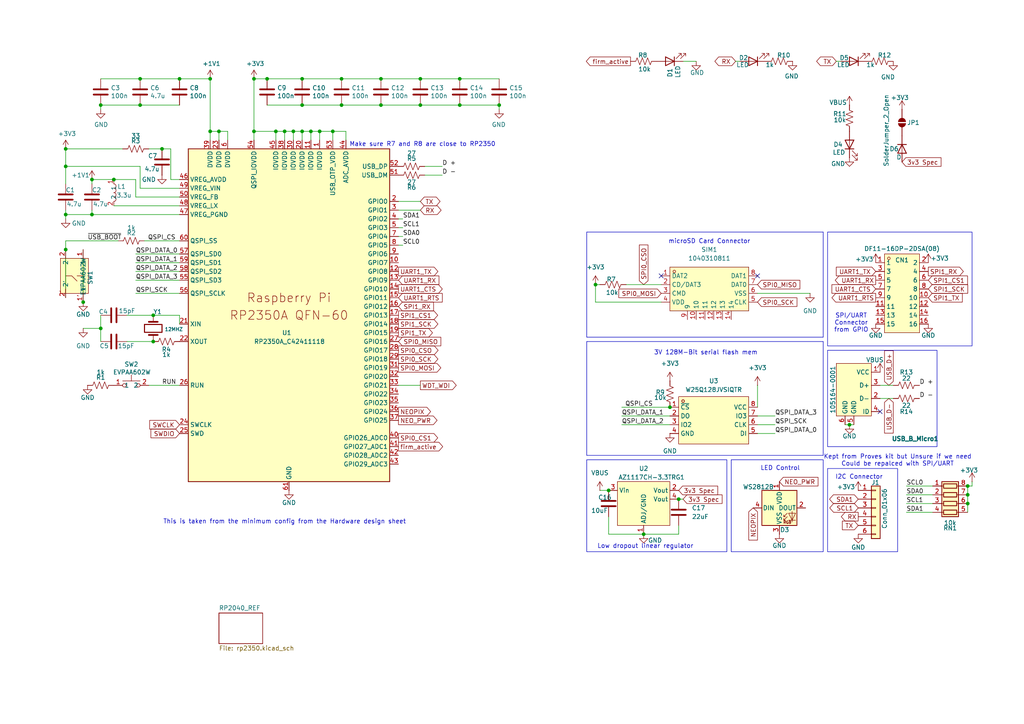
<source format=kicad_sch>
(kicad_sch (version 20250114) (generator "eeschema") (generator_version "9.0")
  (paper "A4")
  (title_block (date "2025-04-01") (rev "1") (company "Bronco Space") (comment 1 "SCALES") (comment 2 "By John Pollak"))
  (rectangle (start 170.18 133.35) (end 210.82 160.02))
  (rectangle (start 240.03 135.89) (end 260.35 160.02))
  (rectangle (start 212.09 133.35) (end 238.76 160.02))
  (rectangle (start 240.03 67.31) (end 281.94 100.33))
  (rectangle (start 240.03 101.6) (end 271.78 129.54))
  (text "Low dropout linear regulator" (at 187.198 158.496 0) (effects (font (size 1.27 1.27))))
  (text "Kept from Proves kit but Unsure if we need\nCould be repalced with SPI/UART\n" (at 260.35 133.604 0) (effects (font (size 1.27 1.27))))
  (text "LED Control" (at 226.314 135.89 0) (effects (font (size 1.27 1.27))))
  (text "3V 128M-Bit serial flash mem\n" (at 204.724 102.362 0) (effects (font (size 1.27 1.27))))
  (text "Make sure R7 and R8 are close to RP2350\n" (at 101.346 42.672 0) (effects (font (size 1.27 1.27)) (justify left bottom)))
  (text "microSD Card Connector" (at 205.74 70.104 0) (effects (font (size 1.27 1.27))))
  (text "This is taken from the minimum config from the Hardware design sheet" (at 82.55 151.384 0) (effects (font (size 1.27 1.27))))
  (text "I2C Connector" (at 249.174 138.43 0) (effects (font (size 1.27 1.27))))
  (text "SPI/UART\nConnector\nfrom GPIO" (at 246.888 93.726 0) (effects (font (size 1.27 1.27))))
  (junction (at 63.5 38.1))
  (junction (at 19.05 62.23))
  (junction (at 87.63 30.48))
  (junction (at 26.67 62.23))
  (junction (at 85.09 38.1))
  (junction (at 40.64 22.86))
  (junction (at 87.63 38.1))
  (junction (at 121.92 30.48))
  (junction (at 186.69 154.94))
  (junction (at 280.67 146.05))
  (junction (at 133.35 30.48))
  (junction (at 110.49 22.86))
  (junction (at 87.63 22.86))
  (junction (at 280.67 140.97))
  (junction (at 172.72 82.55))
  (junction (at 40.64 30.48))
  (junction (at 99.06 22.86))
  (junction (at 92.71 38.1))
  (junction (at 29.21 95.25))
  (junction (at 246.38 123.19))
  (junction (at 26.67 52.07))
  (junction (at 144.78 30.48))
  (junction (at 99.06 30.48))
  (junction (at 19.05 72.39))
  (junction (at 80.01 38.1))
  (junction (at 96.52 38.1))
  (junction (at 44.45 91.44))
  (junction (at 19.05 43.18))
  (junction (at 194.31 118.11))
  (junction (at 60.96 22.86))
  (junction (at 196.85 144.78))
  (junction (at 73.66 22.86))
  (junction (at 280.67 143.51))
  (junction (at 121.92 22.86))
  (junction (at 90.17 38.1))
  (junction (at 46.99 43.18))
  (junction (at 133.35 22.86))
  (junction (at 73.66 38.1))
  (junction (at 24.13 87.63))
  (junction (at 52.07 22.86))
  (junction (at 33.02 52.07))
  (junction (at 77.47 22.86))
  (junction (at 29.21 30.48))
  (junction (at 44.45 99.06))
  (junction (at 176.53 142.24))
  (junction (at 19.05 48.26))
  (junction (at 82.55 38.1))
  (junction (at 60.96 38.1))
  (junction (at 110.49 30.48))
  (no_connect (at 255.27 119.38))
  (no_connect (at 191.77 80.01))
  (no_connect (at 219.71 80.01))
  (wire (pts (xy 172.72 82.55) (xy 173.99 82.55)))
  (wire (pts (xy 29.21 30.48) (xy 40.64 30.48)))
  (wire (pts (xy 245.11 123.19) (xy 246.38 123.19)))
  (wire (pts (xy 116.84 66.04) (xy 115.57 66.04)))
  (wire (pts (xy 19.05 62.23) (xy 19.05 63.5)))
  (polyline (pts (xy 170.18 132.08) (xy 170.18 99.06)))
  (polyline (pts (xy 238.76 97.79) (xy 238.76 67.31)))
  (wire (pts (xy 24.13 72.39) (xy 24.13 87.63)))
  (wire (pts (xy 82.55 38.1) (xy 82.55 40.64)))
  (wire (pts (xy 36.83 99.06) (xy 44.45 99.06)))
  (wire (pts (xy 90.17 38.1) (xy 90.17 40.64)))
  (wire (pts (xy 49.53 52.07) (xy 49.53 43.18)))
  (polyline (pts (xy 170.18 67.31) (xy 238.76 67.31)))
  (wire (pts (xy 26.67 53.34) (xy 26.67 52.07)))
  (wire (pts (xy 63.5 38.1) (xy 66.04 38.1)))
  (wire (pts (xy 39.37 76.2) (xy 52.07 76.2)))
  (wire (pts (xy 116.84 71.12) (xy 115.57 71.12)))
  (wire (pts (xy 262.89 140.97) (xy 270.51 140.97)))
  (wire (pts (xy 85.09 38.1) (xy 87.63 38.1)))
  (wire (pts (xy 262.89 148.59) (xy 270.51 148.59)))
  (wire (pts (xy 19.05 60.96) (xy 19.05 62.23)))
  (wire (pts (xy 87.63 30.48) (xy 99.06 30.48)))
  (wire (pts (xy 24.13 95.25) (xy 29.21 95.25)))
  (wire (pts (xy 52.07 57.15) (xy 39.37 57.15)))
  (polyline (pts (xy 238.76 132.08) (xy 170.18 132.08)))
  (wire (pts (xy 41.91 69.85) (xy 52.07 69.85)))
  (wire (pts (xy 26.67 52.07) (xy 33.02 52.07)))
  (wire (pts (xy 144.78 30.48) (xy 144.78 31.75)))
  (wire (pts (xy 262.89 146.05) (xy 270.51 146.05)))
  (wire (pts (xy 281.94 139.7) (xy 281.94 140.97)))
  (polyline (pts (xy 170.18 99.06) (xy 238.76 99.06)))
  (wire (pts (xy 176.53 154.94) (xy 176.53 149.86)))
  (wire (pts (xy 121.92 22.86) (xy 133.35 22.86)))
  (wire (pts (xy 180.34 120.65) (xy 194.31 120.65)))
  (polyline (pts (xy 170.18 67.31) (xy 170.18 97.79)))
  (wire (pts (xy 121.92 111.76) (xy 115.57 111.76)))
  (wire (pts (xy 121.92 58.42) (xy 115.57 58.42)))
  (wire (pts (xy 19.05 69.85) (xy 34.29 69.85)))
  (wire (pts (xy 66.04 40.64) (xy 66.04 38.1)))
  (wire (pts (xy 224.79 123.19) (xy 219.71 123.19)))
  (wire (pts (xy 180.34 123.19) (xy 194.31 123.19)))
  (polyline (pts (xy 170.18 97.79) (xy 238.76 97.79)))
  (wire (pts (xy 39.37 85.09) (xy 52.07 85.09)))
  (wire (pts (xy 19.05 43.18) (xy 35.56 43.18)))
  (wire (pts (xy 280.67 140.97) (xy 280.67 143.51)))
  (wire (pts (xy 196.85 154.94) (xy 196.85 152.4)))
  (wire (pts (xy 82.55 38.1) (xy 85.09 38.1)))
  (wire (pts (xy 116.84 68.58) (xy 115.57 68.58)))
  (wire (pts (xy 133.35 22.86) (xy 144.78 22.86)))
  (wire (pts (xy 181.61 82.55) (xy 191.77 82.55)))
  (wire (pts (xy 255.27 115.57) (xy 259.08 115.57)))
  (wire (pts (xy 77.47 22.86) (xy 87.63 22.86)))
  (wire (pts (xy 29.21 95.25) (xy 29.21 99.06)))
  (wire (pts (xy 121.92 30.48) (xy 133.35 30.48)))
  (wire (pts (xy 87.63 38.1) (xy 90.17 38.1)))
  (wire (pts (xy 281.94 140.97) (xy 280.67 140.97)))
  (wire (pts (xy 242.57 17.78) (xy 243.84 17.78)))
  (wire (pts (xy 219.71 85.09) (xy 234.95 85.09)))
  (wire (pts (xy 246.38 123.19) (xy 247.65 123.19)))
  (wire (pts (xy 133.35 30.48) (xy 144.78 30.48)))
  (wire (pts (xy 121.92 60.96) (xy 115.57 60.96)))
  (wire (pts (xy 116.84 63.5) (xy 115.57 63.5)))
  (wire (pts (xy 33.02 59.69) (xy 52.07 59.69)))
  (wire (pts (xy 29.21 91.44) (xy 29.21 95.25)))
  (wire (pts (xy 80.01 38.1) (xy 80.01 40.64)))
  (wire (pts (xy 255.27 111.76) (xy 259.08 111.76)))
  (wire (pts (xy 213.36 17.78) (xy 214.63 17.78)))
  (wire (pts (xy 19.05 72.39) (xy 19.05 86.36)))
  (wire (pts (xy 39.37 78.74) (xy 52.07 78.74)))
  (wire (pts (xy 40.64 22.86) (xy 52.07 22.86)))
  (wire (pts (xy 80.01 38.1) (xy 82.55 38.1)))
  (wire (pts (xy 186.69 154.94) (xy 196.85 154.94)))
  (wire (pts (xy 110.49 22.86) (xy 121.92 22.86)))
  (wire (pts (xy 19.05 43.18) (xy 19.05 48.26)))
  (wire (pts (xy 191.77 87.63) (xy 172.72 87.63)))
  (wire (pts (xy 87.63 22.86) (xy 99.06 22.86)))
  (wire (pts (xy 29.21 30.48) (xy 29.21 31.75)))
  (wire (pts (xy 90.17 38.1) (xy 92.71 38.1)))
  (wire (pts (xy 128.27 48.26) (xy 123.19 48.26)))
  (wire (pts (xy 29.21 22.86) (xy 40.64 22.86)))
  (wire (pts (xy 87.63 30.48) (xy 77.47 30.48)))
  (wire (pts (xy 43.18 43.18) (xy 46.99 43.18)))
  (wire (pts (xy 63.5 40.64) (xy 63.5 38.1)))
  (wire (pts (xy 19.05 69.85) (xy 19.05 72.39)))
  (wire (pts (xy 26.67 62.23) (xy 52.07 62.23)))
  (wire (pts (xy 96.52 38.1) (xy 96.52 40.64)))
  (wire (pts (xy 33.02 52.07) (xy 39.37 52.07)))
  (wire (pts (xy 39.37 73.66) (xy 52.07 73.66)))
  (wire (pts (xy 40.64 54.61) (xy 52.07 54.61)))
  (wire (pts (xy 280.67 143.51) (xy 280.67 146.05)))
  (polyline (pts (xy 238.76 99.06) (xy 238.76 132.08)))
  (wire (pts (xy 180.34 118.11) (xy 194.31 118.11)))
  (wire (pts (xy 73.66 38.1) (xy 73.66 22.86)))
  (wire (pts (xy 60.96 38.1) (xy 60.96 22.86)))
  (wire (pts (xy 100.33 40.64) (xy 100.33 38.1)))
  (wire (pts (xy 19.05 62.23) (xy 26.67 62.23)))
  (wire (pts (xy 224.79 120.65) (xy 219.71 120.65)))
  (wire (pts (xy 49.53 52.07) (xy 52.07 52.07)))
  (wire (pts (xy 198.12 144.78) (xy 196.85 144.78)))
  (wire (pts (xy 40.64 48.26) (xy 40.64 54.61)))
  (wire (pts (xy 19.05 48.26) (xy 19.05 53.34)))
  (wire (pts (xy 52.07 91.44) (xy 44.45 91.44)))
  (wire (pts (xy 176.53 154.94) (xy 186.69 154.94)))
  (wire (pts (xy 49.53 43.18) (xy 46.99 43.18)))
  (wire (pts (xy 52.07 22.86) (xy 60.96 22.86)))
  (wire (pts (xy 262.89 143.51) (xy 270.51 143.51)))
  (wire (pts (xy 87.63 40.64) (xy 87.63 38.1)))
  (wire (pts (xy 60.96 40.64) (xy 60.96 38.1)))
  (wire (pts (xy 43.18 111.76) (xy 52.07 111.76)))
  (wire (pts (xy 73.66 38.1) (xy 80.01 38.1)))
  (wire (pts (xy 39.37 57.15) (xy 39.37 52.07)))
  (wire (pts (xy 201.93 17.78) (xy 198.12 17.78)))
  (wire (pts (xy 173.99 142.24) (xy 176.53 142.24)))
  (wire (pts (xy 19.05 48.26) (xy 40.64 48.26)))
  (wire (pts (xy 219.71 111.76) (xy 219.71 118.11)))
  (wire (pts (xy 172.72 87.63) (xy 172.72 82.55)))
  (wire (pts (xy 99.06 22.86) (xy 110.49 22.86)))
  (wire (pts (xy 36.83 91.44) (xy 44.45 91.44)))
  (wire (pts (xy 99.06 30.48) (xy 110.49 30.48)))
  (wire (pts (xy 110.49 30.48) (xy 121.92 30.48)))
  (wire (pts (xy 224.79 125.73) (xy 219.71 125.73)))
  (wire (pts (xy 96.52 38.1) (xy 100.33 38.1)))
  (wire (pts (xy 128.27 50.8) (xy 123.19 50.8)))
  (wire (pts (xy 26.67 60.96) (xy 26.67 62.23)))
  (wire (pts (xy 73.66 22.86) (xy 77.47 22.86)))
  (wire (pts (xy 85.09 38.1) (xy 85.09 40.64)))
  (wire (pts (xy 40.64 30.48) (xy 52.07 30.48)))
  (wire (pts (xy 73.66 40.64) (xy 73.66 38.1)))
  (wire (pts (xy 280.67 146.05) (xy 280.67 148.59)))
  (wire (pts (xy 92.71 38.1) (xy 92.71 40.64)))
  (wire (pts (xy 39.37 81.28) (xy 52.07 81.28)))
  (wire (pts (xy 52.07 93.98) (xy 52.07 91.44)))
  (wire (pts (xy 60.96 38.1) (xy 63.5 38.1)))
  (wire (pts (xy 92.71 38.1) (xy 96.52 38.1)))
  (label "SCL0" (at 262.89 140.97 0))
  (label "QSPI_DATA_1" (at 180.34 120.65 0))
  (label "QSPI_DATA_1" (at 39.37 76.2 0))
  (label "SDA1" (at 262.89 148.59 0))
  (label "QSPI_DATA_0" (at 39.37 73.66 0))
  (label "~{USB_BOOT}" (at 25.4 69.85 0))
  (label " QSPI_CS" (at 180.34 118.11 0))
  (label "D -" (at 266.7 115.57 0))
  (label "SDA1" (at 116.84 63.5 0))
  (label " QSPI_CS" (at 41.91 69.85 0))
  (label "SDA0" (at 116.84 68.58 0))
  (label "QSPI_DATA_3" (at 224.79 120.65 0))
  (label "SDA0" (at 262.89 143.51 0))
  (label "QSPI_DATA_2" (at 180.34 123.19 0))
  (label "QSPI_SCK" (at 224.79 123.19 0))
  (label "SCL0" (at 116.84 71.12 0))
  (label "QSPI_DATA_0" (at 224.79 125.73 0))
  (label "SCL1" (at 262.89 146.05 0))
  (label "D +" (at 266.7 111.76 0))
  (label "QSPI_DATA_3" (at 39.37 81.28 0))
  (label "RUN" (at 46.99 111.76 0))
  (label "D -" (at 128.27 50.8 0))
  (label "SCL1" (at 116.84 66.04 0))
  (label "QSPI_SCK" (at 39.37 85.09 0))
  (label "QSPI_DATA_2" (at 39.37 78.74 0))
  (label "D +" (at 128.27 48.26 0))
  (global_label "RX" (shape bidirectional) (at 121.92 60.96 0) (property "Intersheetrefs" "${INTERSHEET_REFS}" (effects (hide yes))))
  (global_label "WDT_WDI" (shape output) (at 121.92 111.76 0) (property "Intersheetrefs" "${INTERSHEET_REFS}" (effects (hide yes))))
  (global_label "SPI0_SCK" (shape input) (at 219.71 87.63 0) (property "Intersheetrefs" "${INTERSHEET_REFS}" (effects (hide yes))))
  (global_label "SPI1_TX" (shape output) (at 115.57 96.52 0) (property "Intersheetrefs" "${INTERSHEET_REFS}" (effects (hide yes))))
  (global_label "NEO_PWR" (shape output) (at 115.57 121.92 0) (property "Intersheetrefs" "${INTERSHEET_REFS}" (effects (hide yes))))
  (global_label "SPI1_SCK" (shape output) (at 115.57 93.98 0) (property "Intersheetrefs" "${INTERSHEET_REFS}" (effects (hide yes))))
  (global_label "3v3 Spec" (shape input) (at 196.85 142.24 0) (property "Intersheetrefs" "${INTERSHEET_REFS}" (effects (hide yes))))
  (global_label "UART1_TX" (shape input) (at 254 78.74 180) (property "Intersheetrefs" "${INTERSHEET_REFS}" (effects (hide yes))))
  (global_label "3v3 Spec" (shape input) (at 198.12 144.78 0) (property "Intersheetrefs" "${INTERSHEET_REFS}" (effects (hide yes))))
  (global_label "SPI0_MOSI" (shape input) (at 191.77 85.09 180) (property "Intersheetrefs" "${INTERSHEET_REFS}" (effects (hide yes))))
  (global_label "TX" (shape bidirectional) (at 121.92 58.42 0) (property "Intersheetrefs" "${INTERSHEET_REFS}" (effects (hide yes))))
  (global_label "SWCLK" (shape input) (at 52.07 123.19 180) (property "Intersheetrefs" "${INTERSHEET_REFS}" (effects (hide yes))))
  (global_label "USB_D+" (shape input) (at 257.81 111.76 90) (property "Intersheetrefs" "${INTERSHEET_REFS}" (effects (hide yes))))
  (global_label "SPI0_MOSI" (shape output) (at 115.57 106.68 0) (property "Intersheetrefs" "${INTERSHEET_REFS}" (effects (hide yes))))
  (global_label "SPI0_CSO" (shape input) (at 186.69 82.55 90) (property "Intersheetrefs" "${INTERSHEET_REFS}" (effects (hide yes))))
  (global_label "USB_D-" (shape input) (at 257.81 115.57 270) (property "Intersheetrefs" "${INTERSHEET_REFS}" (effects (hide yes))))
  (global_label "SPI0_MISO" (shape input) (at 115.57 99.06 0) (property "Intersheetrefs" "${INTERSHEET_REFS}" (effects (hide yes))))
  (global_label "SPI1_RX" (shape output) (at 269.24 78.74 0) (property "Intersheetrefs" "${INTERSHEET_REFS}" (effects (hide yes))))
  (global_label "UART1_CTS" (shape input) (at 254 83.82 180) (property "Intersheetrefs" "${INTERSHEET_REFS}" (effects (hide yes))))
  (global_label "SDA1" (shape bidirectional) (at 248.92 144.78 180) (property "Intersheetrefs" "${INTERSHEET_REFS}" (effects (hide yes))))
  (global_label "SWDIO" (shape input) (at 52.07 125.73 180) (property "Intersheetrefs" "${INTERSHEET_REFS}" (effects (hide yes))))
  (global_label "TX" (shape bidirectional) (at 242.57 17.78 180) (property "Intersheetrefs" "${INTERSHEET_REFS}" (effects (hide yes))))
  (global_label "UART1_RX" (shape input) (at 115.57 81.28 0) (property "Intersheetrefs" "${INTERSHEET_REFS}" (effects (hide yes))))
  (global_label "SPI1_SCK" (shape input) (at 269.24 83.82 0) (property "Intersheetrefs" "${INTERSHEET_REFS}" (effects (hide yes))))
  (global_label "UART1_RTS" (shape input) (at 115.57 86.36 0) (property "Intersheetrefs" "${INTERSHEET_REFS}" (effects (hide yes))))
  (global_label "SPI0_SCK" (shape output) (at 115.57 104.14 0) (property "Intersheetrefs" "${INTERSHEET_REFS}" (effects (hide yes))))
  (global_label "RX" (shape bidirectional) (at 213.36 17.78 180) (property "Intersheetrefs" "${INTERSHEET_REFS}" (effects (hide yes))))
  (global_label "NEOPIX" (shape input) (at 218.44 147.32 270) (property "Intersheetrefs" "${INTERSHEET_REFS}" (effects (hide yes))))
  (global_label "3v3 Spec" (shape input) (at 261.62 46.99 0) (property "Intersheetrefs" "${INTERSHEET_REFS}" (effects (hide yes))))
  (global_label "firm_active" (shape output) (at 115.57 129.54 0) (property "Intersheetrefs" "${INTERSHEET_REFS}" (effects (hide yes))))
  (global_label "SPI1_TX" (shape input) (at 269.24 86.36 0) (property "Intersheetrefs" "${INTERSHEET_REFS}" (effects (hide yes))))
  (global_label "SPI0_CS1" (shape output) (at 115.57 127 0) (property "Intersheetrefs" "${INTERSHEET_REFS}" (effects (hide yes))))
  (global_label "SPI0_MISO" (shape input) (at 219.71 82.55 0) (property "Intersheetrefs" "${INTERSHEET_REFS}" (effects (hide yes))))
  (global_label "UART1_RX" (shape output) (at 254 81.28 180) (property "Intersheetrefs" "${INTERSHEET_REFS}" (effects (hide yes))))
  (global_label "SPI0_CSO" (shape output) (at 115.57 101.6 0) (property "Intersheetrefs" "${INTERSHEET_REFS}" (effects (hide yes))))
  (global_label "NEO_PWR" (shape input) (at 226.06 139.7 0) (property "Intersheetrefs" "${INTERSHEET_REFS}" (effects (hide yes))))
  (global_label "TX" (shape input) (at 248.92 152.4 180) (property "Intersheetrefs" "${INTERSHEET_REFS}" (effects (hide yes))))
  (global_label "SPI1_CS1" (shape output) (at 115.57 91.44 0) (property "Intersheetrefs" "${INTERSHEET_REFS}" (effects (hide yes))))
  (global_label "UART1_RTS" (shape output) (at 254 86.36 180) (property "Intersheetrefs" "${INTERSHEET_REFS}" (effects (hide yes))))
  (global_label "SPI1_RX" (shape input) (at 115.57 88.9 0) (property "Intersheetrefs" "${INTERSHEET_REFS}" (effects (hide yes))))
  (global_label "UART1_TX" (shape output) (at 115.57 78.74 0) (property "Intersheetrefs" "${INTERSHEET_REFS}" (effects (hide yes))))
  (global_label "firm_active" (shape output) (at 182.88 17.78 180) (property "Intersheetrefs" "${INTERSHEET_REFS}" (effects (hide yes))))
  (global_label "SPI1_CS1" (shape input) (at 269.24 81.28 0) (property "Intersheetrefs" "${INTERSHEET_REFS}" (effects (hide yes))))
  (global_label "UART1_CTS" (shape output) (at 115.57 83.82 0) (property "Intersheetrefs" "${INTERSHEET_REFS}" (effects (hide yes))))
  (global_label "NEOPIX" (shape output) (at 115.57 119.38 0) (property "Intersheetrefs" "${INTERSHEET_REFS}" (effects (hide yes))))
  (global_label "SCL1" (shape bidirectional) (at 248.92 147.32 180) (property "Intersheetrefs" "${INTERSHEET_REFS}" (effects (hide yes))))
  (global_label "RX" (shape output) (at 248.92 149.86 180) (property "Intersheetrefs" "${INTERSHEET_REFS}" (effects (hide yes))))
  (symbol (lib_id "Device:C") (at 144.78 26.67 0) (unit 1)
    (property "Reference" "C15" (at 147.701 25.5016 0) (effects (justify left)))
    (property "Value" "100n" (at 147.701 27.813 0) (effects (justify left)))
    (property "Footprint" "Capacitor_SMD:C_0402_1005Metric" (effects (hide yes)))
  )
  (symbol (lib_id "power:GND") (at 19.05 63.5 0) (mirror y) (unit 1)
    (property "Reference" "#PWR02" (effects (hide yes)))
    (property "Value" "GND" (at 22.86 64.77 0))
  )
  (symbol (lib_id "power:VPP") (at 255.27 107.95 0) (unit 1)
    (property "Reference" "#PWR031" (effects (hide yes)))
    (property "Value" "VBUS" (at 253.746 104.394 0))
    (property "Description" "Power symbol creates a global label with name \"VPP\"" (effects (hide yes)))
  )
  (symbol (lib_id "easyeda2kicad:DF11-16DP-2DSA(08)") (at 261.62 85.09 0) (unit 1)
    (property "Reference" "CN1" (at 261.62 75.438 0))
    (property "Value" "DF11-16DP-2DSA(08)" (at 261.62 72.136 0))
    (property "Footprint" "easyeda2kicad:CONN-TH_DF11-16DP-2DSA-08" (effects (hide yes)))
    (property "Datasheet" "https://lcsc.com/product-detail/Wire-To-Board-Wire-To-Wire-Connector_HRS-Hirose-HRS-DF11-16DP-2DSA-08_C530981.html" (effects (hide yes)))
    (property "LCSC Part" "C530981" (effects (hide yes)))
  )
  (symbol (lib_id "Device:LED") (at 194.31 17.78 180) (unit 1)
    (property "Reference" "D1" (at 194.31 21.082 90))
    (property "Value" "LED" (at 196.596 20.828 90))
    (property "Footprint" "LED_SMD:LED_0603_1608Metric" (effects (hide yes)))
    (property "Description" "Light emitting diode" (effects (hide yes)))
    (property "Sim.Pins" "1=K 2=A" (effects (hide yes)))
  )
  (symbol (lib_id "Device:R_Pack04") (at 275.59 146.05 270) (unit 1)
    (property "Reference" "RN1" (at 275.59 153.162 90))
    (property "Value" "10k" (at 275.59 151.638 90))
    (property "Footprint" "Resistor_SMD:R_Array_Convex_4x0603" (effects (hide yes)))
    (property "Description" "4 resistor network, parallel topology" (effects (hide yes)))
  )
  (symbol (lib_id "Device:C") (at 121.92 26.67 0) (unit 1)
    (property "Reference" "C13" (at 124.841 25.5016 0) (effects (justify left)))
    (property "Value" "100n" (at 124.841 27.813 0) (effects (justify left)))
    (property "Footprint" "Capacitor_SMD:C_0402_1005Metric" (effects (hide yes)))
  )
  (symbol (lib_id "Device:C") (at 29.21 26.67 0) (unit 1)
    (property "Reference" "C3" (at 32.131 25.5016 0) (effects (justify left)))
    (property "Value" "100n" (at 32.131 27.813 0) (effects (justify left)))
    (property "Footprint" "Capacitor_SMD:C_0402_1005Metric" (effects (hide yes)))
  )
  (symbol (lib_id "Device:R_US") (at 119.38 50.8 270) (unit 1)
    (property "Reference" "R6" (at 119.38 54.356 90))
    (property "Value" "27" (at 119.38 52.832 90))
    (property "Footprint" "Resistor_SMD:R_0603_1608Metric" (effects (hide yes)))
    (property "Description" "Resistor, US symbol" (effects (hide yes)))
  )
  (symbol (lib_id "power:GND") (at 254 93.98 0) (unit 1)
    (property "Reference" "#PWR030" (effects (hide yes)))
    (property "Value" "GND" (at 254 97.282 0))
    (property "Description" "Power symbol creates a global label with name \"GND\" , ground" (effects (hide yes)))
  )
  (symbol (lib_id "power:+3V3") (at 281.94 139.7 0) (unit 1)
    (property "Reference" "#PWR012" (effects (hide yes)))
    (property "Value" "+3V3" (at 278.384 136.398 0) (effects (justify left)))
    (property "Description" "Power symbol creates a global label with name \"+3V3\"" (effects (hide yes)))
  )
  (symbol (lib_id "Device:LED") (at 246.38 41.91 90) (unit 1)
    (property "Reference" "D4" (at 243.078 41.91 90))
    (property "Value" "LED" (at 243.332 44.196 90))
    (property "Footprint" "LED_SMD:LED_0603_1608Metric" (effects (hide yes)))
    (property "Description" "Light emitting diode" (effects (hide yes)))
    (property "Sim.Pins" "1=K 2=A" (effects (hide yes)))
  )
  (symbol (lib_id "power:GND") (at 24.13 87.63 0) (unit 1)
    (property "Reference" "#PWR04" (effects (hide yes)))
    (property "Value" "GND" (at 24.13 91.186 0))
    (property "Description" "Power symbol creates a global label with name \"GND\" , ground" (effects (hide yes)))
  )
  (symbol (lib_id "power:GND") (at 24.13 95.25 0) (unit 1)
    (property "Reference" "#PWR03" (effects (hide yes)))
    (property "Value" "GND" (at 24.13 100.33 0))
    (property "Description" "Power symbol creates a global label with name \"GND\" , ground" (effects (hide yes)))
  )
  (symbol (lib_id "Device:LED") (at 218.44 17.78 180) (unit 1)
    (property "Reference" "D2" (at 215.646 16.764 0))
    (property "Value" "LED" (at 215.392 18.796 0))
    (property "Footprint" "LED_SMD:LED_0603_1608Metric" (effects (hide yes)))
    (property "Description" "Light emitting diode" (effects (hide yes)))
    (property "Sim.Pins" "1=K 2=A" (effects (hide yes)))
  )
  (symbol (lib_id "Device:R_US") (at 262.89 115.57 90) (unit 1)
    (property "Reference" "R14" (at 262.89 119.38 90))
    (property "Value" "22" (at 262.89 117.602 90))
    (property "Footprint" "Resistor_SMD:R_0603_1608Metric" (effects (hide yes)))
    (property "Description" "Resistor, US symbol" (effects (hide yes)))
  )
  (symbol (lib_id "Device:C") (at 176.53 146.05 180) (unit 1)
    (property "Reference" "C16" (at 173.482 144.272 0) (effects (justify right)))
    (property "Value" "10uF" (at 171.45 148.082 0) (effects (justify right)))
    (property "Footprint" "Capacitor_SMD:C_0402_1005Metric" (effects (hide yes)))
    (property "Description" "Unpolarized capacitor" (effects (hide yes)))
  )
  (symbol (lib_id "power:+3V3") (at 19.05 43.18 0) (unit 1)
    (property "Reference" "#PWR01" (effects (hide yes)))
    (property "Value" "+3V3" (at 19.431 38.7858 0))
  )
  (symbol (lib_id "power:+1V1") (at 26.67 52.07 0) (unit 1)
    (property "Reference" "#PWR06" (effects (hide yes)))
    (property "Value" "+1V1" (at 23.368 50.8 0))
  )
  (symbol (lib_id "Device:C") (at 52.07 26.67 0) (unit 1)
    (property "Reference" "C8" (at 54.991 25.5016 0) (effects (justify left)))
    (property "Value" "100n" (at 54.991 27.813 0) (effects (justify left)))
    (property "Footprint" "Capacitor_SMD:C_0402_1005Metric" (effects (hide yes)))
  )
  (symbol (lib_id "power:GND") (at 46.99 50.8 0) (unit 1)
    (property "Reference" "#PWR08" (effects (hide yes)))
    (property "Value" "GND" (at 43.18 52.07 0))
  )
  (symbol (lib_id "power:VPP") (at 173.99 142.24 0) (unit 1)
    (property "Reference" "#PWR015" (effects (hide yes)))
    (property "Value" "VBUS" (at 173.99 137.16 0))
    (property "Description" "Power symbol creates a global label with name \"VPP\"" (effects (hide yes)))
  )
  (symbol (lib_name "EVPAA602W_1") (lib_id "easyeda2kicad:EVPAA602W") (at 38.1 110.49 0) (unit 1)
    (property "Reference" "SW2" (at 36.068 105.664 0) (effects (justify left)))
    (property "Value" "EVPAA602W" (at 32.766 107.95 0) (effects (justify left)))
    (property "Footprint" "easyeda2kicad:KEY-TH_4P-L3.5-W4.9-P2.80-LS4.3" (effects (hide yes)))
    (property "Datasheet" "https://lcsc.com/product-detail/Tactile-Switches_PANASONIC_EVPAA602W_Switch-3-5-2-9-1-7Plastic-head-3-5N-0-15mm-SMD_C79148.html" (effects (hide yes)))
    (property "LCSC Part" "C79148" (effects (hide yes)))
  )
  (symbol (lib_id "power:GND") (at 29.21 31.75 0) (unit 1)
    (property "Reference" "#PWR07" (effects (hide yes)))
    (property "Value" "GND" (at 29.337 36.1442 0))
  )
  (symbol (lib_id "power:GND") (at 246.38 45.72 0) (unit 1)
    (property "Reference" "#PWR025" (effects (hide yes)))
    (property "Value" "GND" (at 243.078 47.498 0))
    (property "Description" "Power symbol creates a global label with name \"GND\" , ground" (effects (hide yes)))
  )
  (symbol (lib_id "power:+1V1") (at 60.96 22.86 0) (unit 1)
    (property "Reference" "#PWR09" (effects (hide yes)))
    (property "Value" "+1V1" (at 61.341 18.4658 0))
  )
  (symbol (lib_id "easyeda2kicad:AZ1117CH-3.3TRG1") (at 186.69 147.32 0) (unit 1)
    (property "Reference" "U2" (at 186.69 135.89 0))
    (property "Value" "AZ1117CH-3.3TRG1" (at 188.976 138.43 0))
    (property "Footprint" "easyeda2kicad:SOT-223-3_L6.5-W3.4-P2.30-LS7.0-BR" (effects (hide yes)))
    (property "Datasheet" "https://lcsc.com/product-detail/Low-Dropout-Regulators-LDO_DIODES_AZ1117CH-3-3TRG1_AZ1117CH-3-3TRG1_C92102.html" (effects (hide yes)))
    (property "LCSC Part" "C92102" (effects (hide yes)))
  )
  (symbol (lib_id "Device:C") (at 196.85 148.59 180) (unit 1)
    (property "Reference" "C17" (at 200.66 147.3199 0) (effects (justify right)))
    (property "Value" "22uF" (at 200.66 149.8599 0) (effects (justify right)))
    (property "Footprint" "Capacitor_SMD:C_0402_1005Metric" (effects (hide yes)))
    (property "Description" "Unpolarized capacitor" (effects (hide yes)))
  )
  (symbol (lib_id "LED:WS2812B") (at 226.06 147.32 0) (unit 1)
    (property "Reference" "D3" (at 227.584 153.67 0))
    (property "Value" "WS2812B" (at 219.964 141.224 0))
    (property "Footprint" "LED_SMD:LED_WS2812B_PLCC4_5.0x5.0mm_P3.2mm" (effects (hide yes)))
    (property "Datasheet" "https://cdn-shop.adafruit.com/datasheets/WS2812B.pdf" (effects (hide yes)))
    (property "Description" "RGB LED with integrated controller" (effects (hide yes)))
  )
  (symbol (lib_id "Device:C") (at 133.35 26.67 0) (unit 1)
    (property "Reference" "C14" (at 136.271 25.5016 0) (effects (justify left)))
    (property "Value" "100n" (at 136.271 27.813 0) (effects (justify left)))
    (property "Footprint" "Capacitor_SMD:C_0402_1005Metric" (effects (hide yes)))
  )
  (symbol (lib_id "easyeda2kicad:1040310811") (at 205.74 83.82 0) (unit 1)
    (property "Reference" "SIM1" (at 205.74 72.39 0))
    (property "Value" "1040310811" (at 205.74 74.93 0))
    (property "Footprint" "easyeda2kicad:SIM-SMD_8P-1040310811" (effects (hide yes)))
    (property "Datasheet" "https://jlcpcb.com/partdetail/Molex-1040310811/C585350" (effects (hide yes)))
    (property "LCSC Part" "C585350" (effects (hide yes)))
  )
  (symbol (lib_id "easyeda2kicad:RP2350A_C42411118") (at 83.82 91.44 0) (unit 1)
    (property "Reference" "U1" (at 81.788 96.52 0) (effects (justify left)))
    (property "Value" "RP2350A_C42411118" (at 73.66 99.06 0) (effects (justify left)))
    (property "Footprint" "easyeda2kicad:QFN-60_L7.0-W7.0-P0.40-TL-EP3.4" (effects (hide yes)))
    (property "Datasheet" "https://jlcpcb.com/partdetail/RaspberryPi-RP2350A/C42411118" (effects (hide yes)))
    (property "LCSC Part" "C42411118" (effects (hide yes)))
    (property "Hardware Guide" "extension://efaidnbmnnnibpcajpcglclefindmkaj/https://datasheets.raspberrypi.com/rp2350/hardware-design-with-rp2350.pdf" (effects (hide yes)))
  )
  (symbol (lib_id "power:GND") (at 226.06 154.94 0) (unit 1)
    (property "Reference" "#PWR021" (effects (hide yes)))
    (property "Value" "GND" (at 226.06 158.242 0))
    (property "Description" "Power symbol creates a global label with name \"GND\" , ground" (effects (hide yes)))
  )
  (symbol (lib_id "power:+3V3") (at 219.71 111.76 0) (unit 1)
    (property "Reference" "#PWR020" (effects (hide yes)))
    (property "Value" "+3V3" (at 219.71 106.68 0))
    (property "Description" "Power symbol creates a global label with name \"+3V3\"" (effects (hide yes)))
  )
  (symbol (lib_id "Device:Crystal") (at 44.45 95.25 90) (unit 1)
    (property "Reference" "Y1" (at 44.45 90.424 90) (effects (justify right)))
    (property "Value" "12MHZ" (at 47.752 95.504 90) (effects (font (size 1.016 1.016)) (justify right)))
    (property "Footprint" "Crystal:Crystal_SMD_2012-2Pin_2.0x1.2mm" (effects (hide yes)))
    (property "Description" "Two pin crystal" (effects (hide yes)))
  )
  (symbol (lib_id "easyeda2kicad:W25Q128JVSIQTR") (at 207.01 121.92 0) (unit 1)
    (property "Reference" "U3" (at 207.01 110.49 0))
    (property "Value" "W25Q128JVSIQTR" (at 207.01 113.03 0))
    (property "Footprint" "easyeda2kicad:SOIC-8_L5.3-W5.3-P1.27-LS8.0-BL" (effects (hide yes)))
    (property "Datasheet" "https://lcsc.com/product-detail/FLASH_W25Q128JVSIQTR_C97521.html" (effects (hide yes)))
    (property "LCSC Part" "C97521" (effects (hide yes)))
  )
  (symbol (lib_id "power:GND") (at 201.93 17.78 0) (unit 1)
    (property "Reference" "#PWR019" (effects (hide yes)))
    (property "Value" "GND" (at 202.184 21.082 0))
    (property "Description" "Power symbol creates a global label with name \"GND\" , ground" (effects (hide yes)))
  )
  (symbol (lib_id "Device:C") (at 33.02 91.44 90) (unit 1)
    (property "Reference" "C4" (at 29.972 90.424 90))
    (property "Value" "15pF" (at 36.83 90.17 90))
    (property "Footprint" "Capacitor_SMD:C_0402_1005Metric" (effects (hide yes)))
    (property "Description" "Unpolarized capacitor" (effects (hide yes)))
  )
  (symbol (lib_id "Device:C") (at 40.64 26.67 0) (unit 1)
    (property "Reference" "C6" (at 43.561 25.5016 0) (effects (justify left)))
    (property "Value" "4.7u" (at 43.561 27.813 0) (effects (justify left)))
    (property "Footprint" "Capacitor_SMD:C_0402_1005Metric" (effects (hide yes)))
  )
  (symbol (lib_id "power:GND") (at 248.92 154.94 0) (unit 1)
    (property "Reference" "#PWR028" (effects (hide yes)))
    (property "Value" "GND" (at 248.92 158.75 0))
    (property "Description" "Power symbol creates a global label with name \"GND\" , ground" (effects (hide yes)))
  )
  (symbol (lib_id "power:GND") (at 194.31 125.73 0) (unit 1)
    (property "Reference" "#PWR018" (effects (hide yes)))
    (property "Value" "GND" (at 194.31 130.81 0))
    (property "Description" "Power symbol creates a global label with name \"GND\" , ground" (effects (hide yes)))
  )
  (symbol (lib_id "Device:R_US") (at 194.31 114.3 180) (unit 1)
    (property "Reference" "R9" (at 191.516 113.792 0))
    (property "Value" "10k" (at 191.516 115.316 0))
    (property "Footprint" "Resistor_SMD:R_0603_1608Metric" (effects (hide yes)))
    (property "Description" "Resistor, US symbol" (effects (hide yes)))
  )
  (symbol (lib_id "power:+3V3") (at 269.24 76.2 0) (unit 1)
    (property "Reference" "#PWR034" (effects (hide yes)))
    (property "Value" "+3V3" (at 272.542 74.93 0))
    (property "Description" "Power symbol creates a global label with name \"+3V3\"" (effects (hide yes)))
  )
  (symbol (lib_id "Device:R_US") (at 255.27 17.78 90) (unit 1)
    (property "Reference" "R12" (at 256.54 16.002 90))
    (property "Value" "1k" (at 252.476 18.796 90))
    (property "Footprint" "Resistor_SMD:R_0603_1608Metric" (effects (hide yes)))
    (property "Description" "Resistor, US symbol" (effects (hide yes)))
  )
  (symbol (lib_id "Device:R_US") (at 29.21 111.76 270) (unit 1)
    (property "Reference" "R1" (at 29.21 109.474 90))
    (property "Value" "1k" (at 29.21 107.95 90))
    (property "Footprint" "Resistor_SMD:R_0603_1608Metric" (effects (hide yes)))
    (property "Description" "Resistor, US symbol" (effects (hide yes)))
  )
  (symbol (lib_id "Device:C") (at 77.47 26.67 0) (unit 1)
    (property "Reference" "C9" (at 80.391 25.5016 0) (effects (justify left)))
    (property "Value" "100n" (at 80.391 27.813 0) (effects (justify left)))
    (property "Footprint" "Capacitor_SMD:C_0402_1005Metric" (effects (hide yes)))
  )
  (symbol (lib_id "easyeda2kicad:105164-0001") (at 250.19 115.57 0) (unit 1)
    (property "Reference" "USB_B_Micro1" (at 265.43 127.254 0) (effects (font (thickness 0.254) (bold yes))))
    (property "Value" "105164-0001" (at 241.554 113.03 90))
    (property "Footprint" "easyeda2kicad:MICRO-USB-SMD_5P-P0.65-H-F_105164-0001" (effects (hide yes)))
    (property "Datasheet" "https://lcsc.com/product-detail/Others_MOLEX_105164-0001_MOLEX-105164-0001_C234179.html" (effects (hide yes)))
    (property "LCSC Part" "C234179" (effects (hide yes)))
  )
  (symbol (lib_id "Device:R_US") (at 262.89 111.76 90) (unit 1)
    (property "Reference" "R13" (at 262.89 107.95 90))
    (property "Value" "22" (at 262.89 109.728 90))
    (property "Footprint" "Resistor_SMD:R_0603_1608Metric" (effects (hide yes)))
    (property "Description" "Resistor, US symbol" (effects (hide yes)))
  )
  (symbol (lib_id "Device:R_US") (at 246.38 34.29 180) (unit 1)
    (property "Reference" "R11" (at 243.586 33.02 0))
    (property "Value" "10k" (at 243.586 34.798 0))
    (property "Footprint" "Resistor_SMD:R_0603_1608Metric" (effects (hide yes)))
    (property "Description" "Resistor, US symbol" (effects (hide yes)))
  )
  (symbol (lib_id "Device:R_US") (at 38.1 69.85 270) (unit 1)
    (property "Reference" "R2" (at 38.1 67.564 90))
    (property "Value" "1k" (at 38.1 66.04 90))
    (property "Footprint" "Resistor_SMD:R_0603_1608Metric" (effects (hide yes)))
    (property "Description" "Resistor, US symbol" (effects (hide yes)))
  )
  (symbol (lib_id "power:VPP") (at 246.38 30.48 0) (unit 1)
    (property "Reference" "#PWR024" (effects (hide yes)))
    (property "Value" "VBUS" (at 243.078 29.718 0))
    (property "Description" "Power symbol creates a global label with name \"VPP\"" (effects (hide yes)))
  )
  (symbol (lib_id "Device:C") (at 19.05 57.15 0) (unit 1)
    (property "Reference" "C1" (at 19.05 55.118 0) (effects (justify left)))
    (property "Value" "4.7u" (at 19.304 59.182 0) (effects (justify left)))
    (property "Footprint" "Capacitor_SMD:C_0402_1005Metric" (effects (hide yes)))
  )
  (symbol (lib_id "power:GND") (at 246.38 123.19 0) (unit 1)
    (property "Reference" "#PWR026" (effects (hide yes)))
    (property "Value" "GND" (at 246.38 126.492 0))
    (property "Description" "Power symbol creates a global label with name \"GND\" , ground" (effects (hide yes)))
  )
  (symbol (lib_id "easyeda2kicad:EVPAA602W") (at 21.59 80.01 270) (unit 1)
    (property "Reference" "SW1" (at 26.162 78.486 0) (effects (justify left)))
    (property "Value" "EVPAA602W" (at 24.13 74.676 0) (effects (justify left)))
    (property "Footprint" "easyeda2kicad:KEY-TH_4P-L3.5-W4.9-P2.80-LS4.3" (effects (hide yes)))
    (property "Datasheet" "https://lcsc.com/product-detail/Tactile-Switches_PANASONIC_EVPAA602W_Switch-3-5-2-9-1-7Plastic-head-3-5N-0-15mm-SMD_C79148.html" (effects (hide yes)))
    (property "LCSC Part" "C79148" (effects (hide yes)))
  )
  (symbol (lib_id "power:GND") (at 259.08 17.78 0) (unit 1)
    (property "Reference" "#PWR032" (effects (hide yes)))
    (property "Value" "GND" (at 259.588 22.352 0) (effects (justify right)))
    (property "Description" "Power symbol creates a global label with name \"GND\" , ground" (effects (hide yes)))
  )
  (symbol (lib_id "Device:C") (at 99.06 26.67 0) (unit 1)
    (property "Reference" "C11" (at 101.981 25.5016 0) (effects (justify left)))
    (property "Value" "100n" (at 101.981 27.813 0) (effects (justify left)))
    (property "Footprint" "Capacitor_SMD:C_0402_1005Metric" (effects (hide yes)))
  )
  (symbol (lib_id "Connector_Generic:Conn_01x06") (at 254 147.32 0) (unit 1)
    (property "Reference" "J1" (at 252.73 139.954 0) (effects (justify left)))
    (property "Value" "Conn_01x06" (at 256.54 153.416 90) (effects (justify left)))
    (property "Footprint" "Connector_PinHeader_2.54mm:PinHeader_1x06_P2.54mm_Vertical" (effects (hide yes)))
    (property "Description" "Generic connector, single row, 01x06, script generated (kicad-library-utils/schlib/autogen/connector/)" (effects (hide yes)))
  )
  (symbol (lib_id "Device:C") (at 26.67 57.15 0) (unit 1)
    (property "Reference" "C2" (at 26.67 55.118 0) (effects (justify left)))
    (property "Value" "4.7u" (at 26.924 59.182 0) (effects (justify left)))
    (property "Footprint" "Capacitor_SMD:C_0402_1005Metric" (effects (hide yes)))
  )
  (symbol (lib_id "easyeda2kicad:AOTA-B201610S3R3-101-T") (at 33.02 55.88 270) (unit 1)
    (property "Reference" "L1" (at 34.036 54.102 90) (effects (justify left)))
    (property "Value" "3.3u" (at 33.782 56.642 90) (effects (justify left)))
    (property "Footprint" "easyeda2kicad:IND-SMD_L2.0-W1.6_AOTA-B201610S3R3-101-T" (effects (hide yes)))
    (property "LCSC Part" "C42411119" (effects (hide yes)))
  )
  (symbol (lib_id "Device:C") (at 87.63 26.67 0) (unit 1)
    (property "Reference" "C10" (at 90.551 25.5016 0) (effects (justify left)))
    (property "Value" "100n" (at 90.551 27.813 0) (effects (justify left)))
    (property "Footprint" "Capacitor_SMD:C_0402_1005Metric" (effects (hide yes)))
  )
  (symbol (lib_id "Device:R_US") (at 177.8 82.55 270) (unit 1)
    (property "Reference" "R7" (at 177.292 81.026 90))
    (property "Value" "10k" (at 177.546 84.836 90))
    (property "Footprint" "Resistor_SMD:R_0603_1608Metric" (effects (hide yes)))
    (property "Description" "Resistor, US symbol" (effects (hide yes)))
  )
  (symbol (lib_id "Device:R_US") (at 119.38 48.26 270) (unit 1)
    (property "Reference" "R5" (at 119.38 45.974 90))
    (property "Value" "27" (at 119.38 44.45 90))
    (property "Footprint" "Resistor_SMD:R_0603_1608Metric" (effects (hide yes)))
    (property "Description" "Resistor, US symbol" (effects (hide yes)))
  )
  (symbol (lib_id "power:+3V3") (at 254 76.2 0) (unit 1)
    (property "Reference" "#PWR029" (effects (hide yes)))
    (property "Value" "+3V3" (at 250.698 75.184 0))
    (property "Description" "Power symbol creates a global label with name \"+3V3\"" (effects (hide yes)))
  )
  (symbol (lib_id "power:+3V3") (at 194.31 110.49 0) (unit 1)
    (property "Reference" "#PWR017" (effects (hide yes)))
    (property "Value" "+3V3" (at 194.31 105.41 0))
    (property "Description" "Power symbol creates a global label with name \"+3V3\"" (effects (hide yes)))
  )
  (symbol (lib_id "Device:R_US") (at 39.37 43.18 270) (unit 1)
    (property "Reference" "R3" (at 39.37 40.894 90))
    (property "Value" "33" (at 39.37 39.37 90))
    (property "Footprint" "Resistor_SMD:R_0603_1608Metric" (effects (hide yes)))
    (property "Description" "Resistor, US symbol" (effects (hide yes)))
  )
  (symbol (lib_id "power:GND") (at 269.24 93.98 0) (unit 1)
    (property "Reference" "#PWR035" (effects (hide yes)))
    (property "Value" "GND" (at 269.24 97.282 0))
    (property "Description" "Power symbol creates a global label with name \"GND\" , ground" (effects (hide yes)))
  )
  (symbol (lib_id "power:GND") (at 83.82 142.24 0) (unit 1)
    (property "Reference" "#PWR011" (effects (hide yes)))
    (property "Value" "GND" (at 83.82 145.796 0))
    (property "Description" "Power symbol creates a global label with name \"GND\" , ground" (effects (hide yes)))
  )
  (symbol (lib_id "Device:C") (at 110.49 26.67 0) (unit 1)
    (property "Reference" "C12" (at 113.411 25.5016 0) (effects (justify left)))
    (property "Value" "100n" (at 113.411 27.813 0) (effects (justify left)))
    (property "Footprint" "Capacitor_SMD:C_0402_1005Metric" (effects (hide yes)))
  )
  (symbol (lib_id "power:GND") (at 144.78 31.75 0) (mirror y) (unit 1)
    (property "Reference" "#PWR013" (effects (hide yes)))
    (property "Value" "GND" (at 144.653 36.1442 0))
  )
  (symbol (lib_id "power:+3V3") (at 172.72 82.55 0) (unit 1)
    (property "Reference" "#PWR014" (effects (hide yes)))
    (property "Value" "+3V3" (at 172.72 77.47 0))
    (property "Description" "Power symbol creates a global label with name \"+3V3\"" (effects (hide yes)))
  )
  (symbol (lib_id "power:+3V3") (at 73.66 22.86 0) (unit 1)
    (property "Reference" "#PWR010" (effects (hide yes)))
    (property "Value" "+3V3" (at 74.041 18.4658 0))
  )
  (symbol (lib_id "Device:D") (at 261.62 43.18 270) (unit 1)
    (property "Reference" "D6" (at 259.334 43.18 90))
    (property "Value" "D" (at 260.731 45.593 90))
    (property "Footprint" "Diode_SMD:D_SOD-323F" (effects (hide yes)))
    (property "Description" "Diode" (effects (hide yes)))
    (property "Sim.Device" "D" (effects (hide yes)))
    (property "Sim.Pins" "1=K 2=A" (effects (hide yes)))
  )
  (symbol (lib_id "power:+3V3") (at 261.62 31.75 0) (unit 1)
    (property "Reference" "#PWR033" (effects (hide yes)))
    (property "Value" "+3V3" (at 260.985 28.321 0))
    (property "Description" "Power symbol creates a global label with name \"+3V3\"" (effects (hide yes)))
  )
  (symbol (lib_id "Device:R_US") (at 226.06 17.78 90) (unit 1)
    (property "Reference" "R10" (at 227.33 16.002 90))
    (property "Value" "1k" (at 223.266 18.796 90))
    (property "Footprint" "Resistor_SMD:R_0603_1608Metric" (effects (hide yes)))
    (property "Description" "Resistor, US symbol" (effects (hide yes)))
  )
  (symbol (lib_id "Jumper:SolderJumper_2_Open") (at 261.62 35.56 90) (unit 1)
    (property "Reference" "JP1" (at 264.922 35.56 90))
    (property "Value" "SolderJumper_2_Open" (at 257.048 37.846 0))
    (property "Footprint" "Jumper:SolderJumper-2_P1.3mm_Open_RoundedPad1.0x1.5mm" (effects (hide yes)))
    (property "Description" "Solder Jumper, 2-pole, open" (effects (hide yes)))
  )
  (symbol (lib_id "Device:C") (at 33.02 99.06 90) (unit 1)
    (property "Reference" "C5" (at 30.226 100.33 90))
    (property "Value" "15pF" (at 36.576 100.33 90))
    (property "Footprint" "Capacitor_SMD:C_0402_1005Metric" (effects (hide yes)))
    (property "Description" "Unpolarized capacitor" (effects (hide yes)))
  )
  (symbol (lib_id "power:GND") (at 234.95 85.09 0) (unit 1)
    (property "Reference" "#PWR023" (effects (hide yes)))
    (property "Value" "GND" (at 234.95 90.17 0))
    (property "Description" "Power symbol creates a global label with name \"GND\" , ground" (effects (hide yes)))
  )
  (symbol (lib_id "Device:LED") (at 247.65 17.78 180) (unit 1)
    (property "Reference" "D5" (at 244.856 16.764 0))
    (property "Value" "LED" (at 244.602 18.796 0))
    (property "Footprint" "LED_SMD:LED_0603_1608Metric" (effects (hide yes)))
    (property "Description" "Light emitting diode" (effects (hide yes)))
    (property "Sim.Pins" "1=K 2=A" (effects (hide yes)))
  )
  (symbol (lib_id "power:GND") (at 25.4 111.76 0) (unit 1)
    (property "Reference" "#PWR05" (effects (hide yes)))
    (property "Value" "GND" (at 25.4 115.316 0))
    (property "Description" "Power symbol creates a global label with name \"GND\" , ground" (effects (hide yes)))
  )
  (symbol (lib_id "Device:R_US") (at 186.69 17.78 270) (unit 1)
    (property "Reference" "R8" (at 186.436 16.002 90))
    (property "Value" "10k" (at 186.944 20.066 90))
    (property "Footprint" "Resistor_SMD:R_0603_1608Metric" (effects (hide yes)))
    (property "Description" "Resistor, US symbol" (effects (hide yes)))
  )
  (symbol (lib_id "Device:R_US") (at 48.26 99.06 90) (unit 1)
    (property "Reference" "R4" (at 48.26 101.346 90))
    (property "Value" "1k" (at 48.26 102.87 90))
    (property "Footprint" "Resistor_SMD:R_0603_1608Metric" (effects (hide yes)))
    (property "Description" "Resistor, US symbol" (effects (hide yes)))
  )
  (symbol (lib_id "Device:C") (at 46.99 46.99 0) (unit 1)
    (property "Reference" "C7" (at 42.926 45.212 0) (effects (justify left)))
    (property "Value" "4.7u" (at 41.91 49.022 0) (effects (justify left)))
    (property "Footprint" "Capacitor_SMD:C_0402_1005Metric" (effects (hide yes)))
  )
  (symbol (lib_id "power:+3V3") (at 248.92 142.24 0) (unit 1)
    (property "Reference" "#PWR027" (effects (hide yes)))
    (property "Value" "+3V3" (at 245.364 141.224 0))
    (property "Description" "Power symbol creates a global label with name \"+3V3\"" (effects (hide yes)))
  )
  (symbol (lib_id "power:GND") (at 229.87 17.78 0) (unit 1)
    (property "Reference" "#PWR022" (effects (hide yes)))
    (property "Value" "GND" (at 231.648 22.098 0) (effects (justify right)))
    (property "Description" "Power symbol creates a global label with name \"GND\" , ground" (effects (hide yes)))
  )
  (symbol (lib_id "power:GND") (at 186.69 154.94 0) (unit 1)
    (property "Reference" "#PWR016" (effects (hide yes)))
    (property "Value" "GND" (at 189.992 156.718 0))
    (property "Description" "Power symbol creates a global label with name \"GND\" , ground" (effects (hide yes)))
  )
  (sheet (at 63.5 177.8) (size 12.7 8.89) (exclude_from_sim yes) (in_bom no) (on_board no) (stroke (width 0.1524))
    (property "Sheetname" "RP2040_REF" (at 63.5 177.0884 0) (effects (justify left bottom)))
    (property "Sheetfile" "rp2350.kicad_sch" (at 63.5 187.2746 0) (effects (justify left top)))
  )
)
</source>
